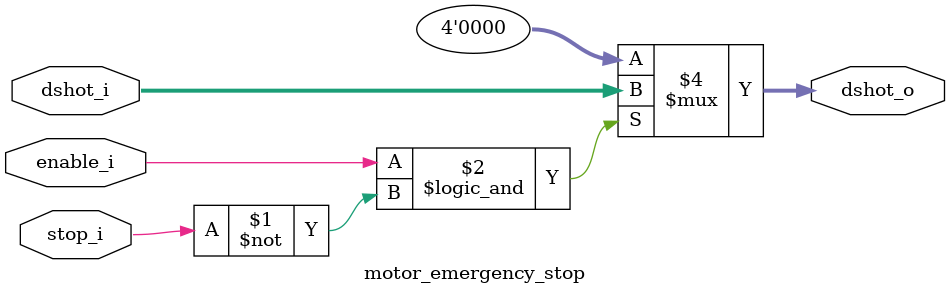
<source format=v>
/*
 * Copyright (C) 2024 ETH Zurich
 * All rights reserved.
 *
 * This software may be modified and distributed under the terms
 * of the GPL-3.0 license.  See the LICENSE file for details.
 */
 
`timescale 1ns / 1ps
//////////////////////////////////////////////////////////////////////////////////
//
// emergency switch-off motors
//
//////////////////////////////////////////////////////////////////////////////////


module motor_emergency_stop (
    input enable_i,
    input stop_i,
    input [3:0] dshot_i,
    output [3:0] dshot_o
    );

    assign dshot_o = (enable_i && ~stop_i) ? dshot_i : 1'b0;

endmodule

</source>
